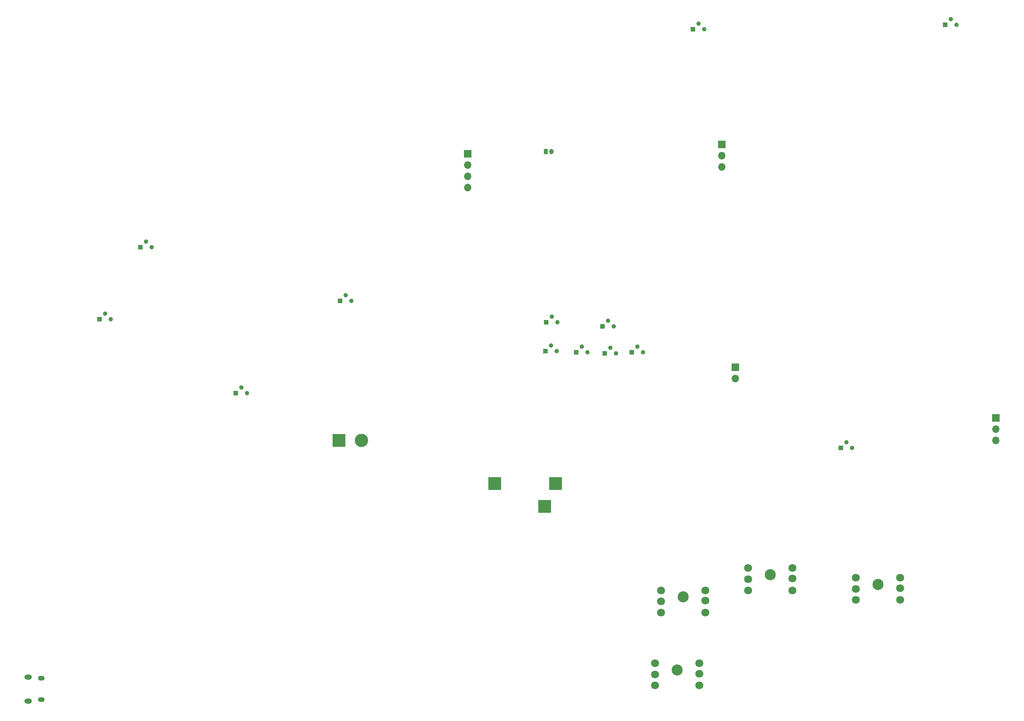
<source format=gbr>
G04 #@! TF.FileFunction,Copper,L2,Bot,Signal*
%FSLAX46Y46*%
G04 Gerber Fmt 4.6, Leading zero omitted, Abs format (unit mm)*
G04 Created by KiCad (PCBNEW 4.0.6-e0-6349~53~ubuntu14.04.1) date Sat Apr 22 15:44:28 2017*
%MOMM*%
%LPD*%
G01*
G04 APERTURE LIST*
%ADD10C,0.100000*%
%ADD11R,0.950000X1.250000*%
%ADD12O,0.950000X1.250000*%
%ADD13R,1.700000X1.700000*%
%ADD14O,1.700000X1.700000*%
%ADD15O,1.500000X1.100000*%
%ADD16O,1.700000X1.200000*%
%ADD17R,3.000000X3.000000*%
%ADD18C,3.000000*%
%ADD19C,1.000000*%
%ADD20R,1.000000X1.000000*%
%ADD21C,1.800000*%
%ADD22C,2.500000*%
G04 APERTURE END LIST*
D10*
D11*
X135800000Y-51800000D03*
D12*
X137050000Y-51800000D03*
D13*
X118200000Y-52300000D03*
D14*
X118200000Y-54840000D03*
X118200000Y-57380000D03*
X118200000Y-59920000D03*
D13*
X175500000Y-50200000D03*
D14*
X175500000Y-52740000D03*
X175500000Y-55280000D03*
D15*
X22020000Y-170680000D03*
X22020000Y-175520000D03*
D16*
X19020000Y-170370000D03*
X19020000Y-175830000D03*
D17*
X89100000Y-117000000D03*
D18*
X94180000Y-117000000D03*
D13*
X178500000Y-100500000D03*
D14*
X178500000Y-103040000D03*
D13*
X237300000Y-111900000D03*
D14*
X237300000Y-114440000D03*
X237300000Y-116980000D03*
D19*
X36370000Y-88330000D03*
X37640000Y-89600000D03*
D20*
X35100000Y-89600000D03*
D19*
X67070000Y-105030000D03*
X68340000Y-106300000D03*
D20*
X65800000Y-106300000D03*
D19*
X170270000Y-22930000D03*
X171540000Y-24200000D03*
D20*
X169000000Y-24200000D03*
D19*
X227170000Y-21930000D03*
X228440000Y-23200000D03*
D20*
X225900000Y-23200000D03*
D19*
X90670000Y-84230000D03*
X91940000Y-85500000D03*
D20*
X89400000Y-85500000D03*
D19*
X45570000Y-72130000D03*
X46840000Y-73400000D03*
D20*
X44300000Y-73400000D03*
D19*
X203570000Y-117430000D03*
X204840000Y-118700000D03*
D20*
X202300000Y-118700000D03*
D19*
X150370000Y-96030000D03*
X151640000Y-97300000D03*
D20*
X149100000Y-97300000D03*
D19*
X143870000Y-95830000D03*
X145140000Y-97100000D03*
D20*
X142600000Y-97100000D03*
D19*
X136970000Y-95530000D03*
X138240000Y-96800000D03*
D20*
X135700000Y-96800000D03*
D19*
X156470000Y-95830000D03*
X157740000Y-97100000D03*
D20*
X155200000Y-97100000D03*
D19*
X137170000Y-89030000D03*
X138440000Y-90300000D03*
D20*
X135900000Y-90300000D03*
D19*
X149870000Y-89930000D03*
X151140000Y-91200000D03*
D20*
X148600000Y-91200000D03*
D21*
X181400000Y-145800000D03*
X181400000Y-148300000D03*
X181400000Y-150800000D03*
D22*
X186400000Y-147300000D03*
D21*
X191400000Y-145800000D03*
X191400000Y-148160000D03*
X191400000Y-150800000D03*
X161800000Y-150800000D03*
X161800000Y-153300000D03*
X161800000Y-155800000D03*
D22*
X166800000Y-152300000D03*
D21*
X171800000Y-150800000D03*
X171800000Y-153160000D03*
X171800000Y-155800000D03*
X160400000Y-167300000D03*
X160400000Y-169800000D03*
X160400000Y-172300000D03*
D22*
X165400000Y-168800000D03*
D21*
X170400000Y-167300000D03*
X170400000Y-169660000D03*
X170400000Y-172300000D03*
X205700000Y-148000000D03*
X205700000Y-150500000D03*
X205700000Y-153000000D03*
D22*
X210700000Y-149500000D03*
D21*
X215700000Y-148000000D03*
X215700000Y-150360000D03*
X215700000Y-153000000D03*
D17*
X124300000Y-126700000D03*
X138000000Y-126700000D03*
X135500000Y-131900000D03*
M02*

</source>
